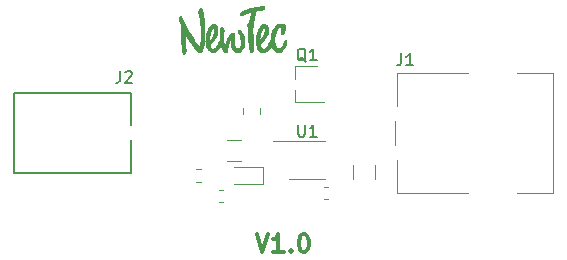
<source format=gbr>
%TF.GenerationSoftware,KiCad,Pcbnew,(5.1.6)-1*%
%TF.CreationDate,2022-05-27T14:19:17+02:00*%
%TF.ProjectId,Charger,43686172-6765-4722-9e6b-696361645f70,V1.0*%
%TF.SameCoordinates,Original*%
%TF.FileFunction,Legend,Top*%
%TF.FilePolarity,Positive*%
%FSLAX46Y46*%
G04 Gerber Fmt 4.6, Leading zero omitted, Abs format (unit mm)*
G04 Created by KiCad (PCBNEW (5.1.6)-1) date 2022-05-27 14:19:17*
%MOMM*%
%LPD*%
G01*
G04 APERTURE LIST*
%ADD10C,0.300000*%
%ADD11C,0.010000*%
%ADD12C,0.127000*%
%ADD13C,0.120000*%
%ADD14C,0.150000*%
G04 APERTURE END LIST*
D10*
X148714285Y-96778571D02*
X149214285Y-98278571D01*
X149714285Y-96778571D01*
X151000000Y-98278571D02*
X150142857Y-98278571D01*
X150571428Y-98278571D02*
X150571428Y-96778571D01*
X150428571Y-96992857D01*
X150285714Y-97135714D01*
X150142857Y-97207142D01*
X151642857Y-98135714D02*
X151714285Y-98207142D01*
X151642857Y-98278571D01*
X151571428Y-98207142D01*
X151642857Y-98135714D01*
X151642857Y-98278571D01*
X152642857Y-96778571D02*
X152785714Y-96778571D01*
X152928571Y-96850000D01*
X153000000Y-96921428D01*
X153071428Y-97064285D01*
X153142857Y-97350000D01*
X153142857Y-97707142D01*
X153071428Y-97992857D01*
X153000000Y-98135714D01*
X152928571Y-98207142D01*
X152785714Y-98278571D01*
X152642857Y-98278571D01*
X152500000Y-98207142D01*
X152428571Y-98135714D01*
X152357142Y-97992857D01*
X152285714Y-97707142D01*
X152285714Y-97350000D01*
X152357142Y-97064285D01*
X152428571Y-96921428D01*
X152500000Y-96850000D01*
X152642857Y-96778571D01*
D11*
%TO.C,G\u002A\u002A\u002A*%
G36*
X143994832Y-77599058D02*
G01*
X144011593Y-77611200D01*
X144030362Y-77628968D01*
X144046928Y-77652269D01*
X144062407Y-77683869D01*
X144077915Y-77726536D01*
X144094571Y-77783035D01*
X144113490Y-77856135D01*
X144118200Y-77875262D01*
X144146620Y-77997047D01*
X144171410Y-78116024D01*
X144192861Y-78234784D01*
X144211260Y-78355915D01*
X144226899Y-78482006D01*
X144240067Y-78615646D01*
X144251053Y-78759424D01*
X144260148Y-78915928D01*
X144267641Y-79087748D01*
X144273383Y-79262096D01*
X144276724Y-79408878D01*
X144278507Y-79559831D01*
X144278790Y-79712156D01*
X144277632Y-79863053D01*
X144275093Y-80009723D01*
X144271230Y-80149366D01*
X144266104Y-80279181D01*
X144259771Y-80396370D01*
X144252293Y-80498132D01*
X144246070Y-80561720D01*
X144230364Y-80680688D01*
X144210374Y-80797494D01*
X144186912Y-80908762D01*
X144160790Y-81011115D01*
X144132822Y-81101177D01*
X144103819Y-81175572D01*
X144092751Y-81198920D01*
X144059517Y-81250865D01*
X144017005Y-81297234D01*
X143971484Y-81331355D01*
X143965005Y-81334890D01*
X143922681Y-81346348D01*
X143870240Y-81344360D01*
X143811607Y-81330168D01*
X143750710Y-81305013D01*
X143691474Y-81270135D01*
X143645522Y-81233916D01*
X143621913Y-81209710D01*
X143588379Y-81171270D01*
X143546747Y-81120938D01*
X143498841Y-81061058D01*
X143446487Y-80993973D01*
X143391512Y-80922027D01*
X143335739Y-80847563D01*
X143280995Y-80772925D01*
X143229105Y-80700456D01*
X143220838Y-80688720D01*
X143144122Y-80577590D01*
X143065352Y-80459924D01*
X142986686Y-80339152D01*
X142910280Y-80218701D01*
X142838291Y-80102002D01*
X142772875Y-79992482D01*
X142716189Y-79893572D01*
X142685777Y-79837962D01*
X142665668Y-79801578D01*
X142648679Y-79773156D01*
X142637253Y-79756676D01*
X142634268Y-79754142D01*
X142628029Y-79763950D01*
X142623114Y-79792912D01*
X142619564Y-79839902D01*
X142617422Y-79903795D01*
X142616731Y-79983465D01*
X142617534Y-80077786D01*
X142619089Y-80155320D01*
X142628454Y-80398490D01*
X142644262Y-80623874D01*
X142666469Y-80830996D01*
X142695030Y-81019380D01*
X142702139Y-81058142D01*
X142715412Y-81167265D01*
X142711918Y-81265720D01*
X142691723Y-81353204D01*
X142654897Y-81429416D01*
X142603874Y-81491779D01*
X142570965Y-81519390D01*
X142544223Y-81529967D01*
X142519475Y-81523968D01*
X142494445Y-81503768D01*
X142481326Y-81487682D01*
X142469766Y-81465662D01*
X142458364Y-81433965D01*
X142445718Y-81388847D01*
X142434525Y-81343748D01*
X142420120Y-81281219D01*
X142407360Y-81219492D01*
X142396146Y-81156971D01*
X142386379Y-81092059D01*
X142377962Y-81023161D01*
X142370795Y-80948680D01*
X142364781Y-80867021D01*
X142359821Y-80776587D01*
X142355817Y-80675783D01*
X142352670Y-80563012D01*
X142350282Y-80436679D01*
X142348555Y-80295187D01*
X142347391Y-80136941D01*
X142346690Y-79960344D01*
X142346584Y-79916560D01*
X142344946Y-79169800D01*
X142281040Y-79007240D01*
X142244522Y-78911654D01*
X142216184Y-78830566D01*
X142195127Y-78760291D01*
X142180452Y-78697147D01*
X142171260Y-78637453D01*
X142166651Y-78577526D01*
X142165676Y-78534800D01*
X142166176Y-78477589D01*
X142168845Y-78434382D01*
X142174455Y-78398911D01*
X142183775Y-78364908D01*
X142188150Y-78351925D01*
X142201389Y-78317595D01*
X142213901Y-78291174D01*
X142222941Y-78278420D01*
X142251721Y-78270088D01*
X142279339Y-78281583D01*
X142302301Y-78308740D01*
X142311396Y-78325184D01*
X142328561Y-78357927D01*
X142352831Y-78405065D01*
X142383239Y-78464696D01*
X142418819Y-78534919D01*
X142458606Y-78613830D01*
X142501632Y-78699528D01*
X142546933Y-78790111D01*
X142556418Y-78809120D01*
X142662498Y-79019909D01*
X142762366Y-79214217D01*
X142857367Y-79394422D01*
X142948848Y-79562904D01*
X143038154Y-79722043D01*
X143126630Y-79874218D01*
X143215623Y-80021809D01*
X143306479Y-80167195D01*
X143400544Y-80312757D01*
X143444204Y-80378840D01*
X143509646Y-80476469D01*
X143565776Y-80558368D01*
X143613830Y-80626169D01*
X143655046Y-80681508D01*
X143690661Y-80726020D01*
X143721913Y-80761340D01*
X143750039Y-80789102D01*
X143763760Y-80801028D01*
X143800766Y-80829561D01*
X143828408Y-80843957D01*
X143851265Y-80844858D01*
X143873917Y-80832907D01*
X143890429Y-80818803D01*
X143904612Y-80804912D01*
X143915209Y-80791211D01*
X143923482Y-80773952D01*
X143930688Y-80749387D01*
X143938088Y-80713770D01*
X143946941Y-80663352D01*
X143951218Y-80637920D01*
X143986321Y-80378969D01*
X144007353Y-80105392D01*
X144014316Y-79817221D01*
X144007210Y-79514490D01*
X143986034Y-79197233D01*
X143950790Y-78865482D01*
X143930551Y-78712966D01*
X143911538Y-78584755D01*
X143892501Y-78472051D01*
X143872445Y-78370066D01*
X143850372Y-78274012D01*
X143825285Y-78179099D01*
X143804759Y-78108656D01*
X143754417Y-77941593D01*
X143786350Y-77845292D01*
X143818839Y-77762769D01*
X143856711Y-77693436D01*
X143898325Y-77639992D01*
X143925753Y-77615675D01*
X143954152Y-77596931D01*
X143974771Y-77591517D01*
X143994832Y-77599058D01*
G37*
X143994832Y-77599058D02*
X144011593Y-77611200D01*
X144030362Y-77628968D01*
X144046928Y-77652269D01*
X144062407Y-77683869D01*
X144077915Y-77726536D01*
X144094571Y-77783035D01*
X144113490Y-77856135D01*
X144118200Y-77875262D01*
X144146620Y-77997047D01*
X144171410Y-78116024D01*
X144192861Y-78234784D01*
X144211260Y-78355915D01*
X144226899Y-78482006D01*
X144240067Y-78615646D01*
X144251053Y-78759424D01*
X144260148Y-78915928D01*
X144267641Y-79087748D01*
X144273383Y-79262096D01*
X144276724Y-79408878D01*
X144278507Y-79559831D01*
X144278790Y-79712156D01*
X144277632Y-79863053D01*
X144275093Y-80009723D01*
X144271230Y-80149366D01*
X144266104Y-80279181D01*
X144259771Y-80396370D01*
X144252293Y-80498132D01*
X144246070Y-80561720D01*
X144230364Y-80680688D01*
X144210374Y-80797494D01*
X144186912Y-80908762D01*
X144160790Y-81011115D01*
X144132822Y-81101177D01*
X144103819Y-81175572D01*
X144092751Y-81198920D01*
X144059517Y-81250865D01*
X144017005Y-81297234D01*
X143971484Y-81331355D01*
X143965005Y-81334890D01*
X143922681Y-81346348D01*
X143870240Y-81344360D01*
X143811607Y-81330168D01*
X143750710Y-81305013D01*
X143691474Y-81270135D01*
X143645522Y-81233916D01*
X143621913Y-81209710D01*
X143588379Y-81171270D01*
X143546747Y-81120938D01*
X143498841Y-81061058D01*
X143446487Y-80993973D01*
X143391512Y-80922027D01*
X143335739Y-80847563D01*
X143280995Y-80772925D01*
X143229105Y-80700456D01*
X143220838Y-80688720D01*
X143144122Y-80577590D01*
X143065352Y-80459924D01*
X142986686Y-80339152D01*
X142910280Y-80218701D01*
X142838291Y-80102002D01*
X142772875Y-79992482D01*
X142716189Y-79893572D01*
X142685777Y-79837962D01*
X142665668Y-79801578D01*
X142648679Y-79773156D01*
X142637253Y-79756676D01*
X142634268Y-79754142D01*
X142628029Y-79763950D01*
X142623114Y-79792912D01*
X142619564Y-79839902D01*
X142617422Y-79903795D01*
X142616731Y-79983465D01*
X142617534Y-80077786D01*
X142619089Y-80155320D01*
X142628454Y-80398490D01*
X142644262Y-80623874D01*
X142666469Y-80830996D01*
X142695030Y-81019380D01*
X142702139Y-81058142D01*
X142715412Y-81167265D01*
X142711918Y-81265720D01*
X142691723Y-81353204D01*
X142654897Y-81429416D01*
X142603874Y-81491779D01*
X142570965Y-81519390D01*
X142544223Y-81529967D01*
X142519475Y-81523968D01*
X142494445Y-81503768D01*
X142481326Y-81487682D01*
X142469766Y-81465662D01*
X142458364Y-81433965D01*
X142445718Y-81388847D01*
X142434525Y-81343748D01*
X142420120Y-81281219D01*
X142407360Y-81219492D01*
X142396146Y-81156971D01*
X142386379Y-81092059D01*
X142377962Y-81023161D01*
X142370795Y-80948680D01*
X142364781Y-80867021D01*
X142359821Y-80776587D01*
X142355817Y-80675783D01*
X142352670Y-80563012D01*
X142350282Y-80436679D01*
X142348555Y-80295187D01*
X142347391Y-80136941D01*
X142346690Y-79960344D01*
X142346584Y-79916560D01*
X142344946Y-79169800D01*
X142281040Y-79007240D01*
X142244522Y-78911654D01*
X142216184Y-78830566D01*
X142195127Y-78760291D01*
X142180452Y-78697147D01*
X142171260Y-78637453D01*
X142166651Y-78577526D01*
X142165676Y-78534800D01*
X142166176Y-78477589D01*
X142168845Y-78434382D01*
X142174455Y-78398911D01*
X142183775Y-78364908D01*
X142188150Y-78351925D01*
X142201389Y-78317595D01*
X142213901Y-78291174D01*
X142222941Y-78278420D01*
X142251721Y-78270088D01*
X142279339Y-78281583D01*
X142302301Y-78308740D01*
X142311396Y-78325184D01*
X142328561Y-78357927D01*
X142352831Y-78405065D01*
X142383239Y-78464696D01*
X142418819Y-78534919D01*
X142458606Y-78613830D01*
X142501632Y-78699528D01*
X142546933Y-78790111D01*
X142556418Y-78809120D01*
X142662498Y-79019909D01*
X142762366Y-79214217D01*
X142857367Y-79394422D01*
X142948848Y-79562904D01*
X143038154Y-79722043D01*
X143126630Y-79874218D01*
X143215623Y-80021809D01*
X143306479Y-80167195D01*
X143400544Y-80312757D01*
X143444204Y-80378840D01*
X143509646Y-80476469D01*
X143565776Y-80558368D01*
X143613830Y-80626169D01*
X143655046Y-80681508D01*
X143690661Y-80726020D01*
X143721913Y-80761340D01*
X143750039Y-80789102D01*
X143763760Y-80801028D01*
X143800766Y-80829561D01*
X143828408Y-80843957D01*
X143851265Y-80844858D01*
X143873917Y-80832907D01*
X143890429Y-80818803D01*
X143904612Y-80804912D01*
X143915209Y-80791211D01*
X143923482Y-80773952D01*
X143930688Y-80749387D01*
X143938088Y-80713770D01*
X143946941Y-80663352D01*
X143951218Y-80637920D01*
X143986321Y-80378969D01*
X144007353Y-80105392D01*
X144014316Y-79817221D01*
X144007210Y-79514490D01*
X143986034Y-79197233D01*
X143950790Y-78865482D01*
X143930551Y-78712966D01*
X143911538Y-78584755D01*
X143892501Y-78472051D01*
X143872445Y-78370066D01*
X143850372Y-78274012D01*
X143825285Y-78179099D01*
X143804759Y-78108656D01*
X143754417Y-77941593D01*
X143786350Y-77845292D01*
X143818839Y-77762769D01*
X143856711Y-77693436D01*
X143898325Y-77639992D01*
X143925753Y-77615675D01*
X143954152Y-77596931D01*
X143974771Y-77591517D01*
X143994832Y-77599058D01*
G36*
X145164405Y-79000471D02*
G01*
X145230189Y-79034109D01*
X145275515Y-79071513D01*
X145315741Y-79117219D01*
X145346577Y-79167767D01*
X145368925Y-79226183D01*
X145383686Y-79295490D01*
X145391760Y-79378713D01*
X145394055Y-79469520D01*
X145387701Y-79602900D01*
X145367526Y-79728976D01*
X145332320Y-79852572D01*
X145280873Y-79978513D01*
X145251213Y-80038965D01*
X145152665Y-80210185D01*
X145037813Y-80371805D01*
X144905316Y-80525617D01*
X144830503Y-80601646D01*
X144716483Y-80712692D01*
X144733184Y-80772760D01*
X144760137Y-80848997D01*
X144796332Y-80921539D01*
X144832260Y-80975133D01*
X144859312Y-81001252D01*
X144897253Y-81027804D01*
X144939682Y-81051262D01*
X144980195Y-81068100D01*
X145012389Y-81074792D01*
X145013218Y-81074800D01*
X145073233Y-81065171D01*
X145135949Y-81037254D01*
X145199260Y-80992507D01*
X145261060Y-80932383D01*
X145312484Y-80867964D01*
X145329241Y-80841717D01*
X145353146Y-80800452D01*
X145382435Y-80747413D01*
X145415342Y-80685844D01*
X145450103Y-80618988D01*
X145479141Y-80561720D01*
X145601289Y-80317880D01*
X145591611Y-80231520D01*
X145586763Y-80171831D01*
X145583481Y-80096608D01*
X145581727Y-80010574D01*
X145581465Y-79918452D01*
X145582658Y-79824964D01*
X145585268Y-79734834D01*
X145589260Y-79652783D01*
X145594595Y-79583536D01*
X145596834Y-79562682D01*
X145611319Y-79460080D01*
X145628296Y-79377181D01*
X145647983Y-79313497D01*
X145670600Y-79268538D01*
X145696366Y-79241816D01*
X145725500Y-79232840D01*
X145743623Y-79235456D01*
X145796913Y-79261242D01*
X145844771Y-79306226D01*
X145886728Y-79369903D01*
X145906607Y-79411511D01*
X145912930Y-79426540D01*
X145917572Y-79440148D01*
X145920474Y-79455125D01*
X145921578Y-79474257D01*
X145920826Y-79500332D01*
X145918159Y-79536138D01*
X145913519Y-79584461D01*
X145906847Y-79648090D01*
X145900395Y-79708280D01*
X145885055Y-79940867D01*
X145888699Y-80173123D01*
X145911133Y-80402680D01*
X145952168Y-80627170D01*
X145985312Y-80757300D01*
X145997524Y-80797562D01*
X146008687Y-80829203D01*
X146017216Y-80847969D01*
X146020383Y-80851280D01*
X146028076Y-80841878D01*
X146038021Y-80816159D01*
X146049136Y-80777849D01*
X146060339Y-80730673D01*
X146070453Y-80678897D01*
X146095545Y-80567054D01*
X146132260Y-80447321D01*
X146178435Y-80324715D01*
X146231908Y-80204258D01*
X146290514Y-80090969D01*
X146352091Y-79989867D01*
X146390738Y-79935603D01*
X146455376Y-79856882D01*
X146515368Y-79796511D01*
X146572069Y-79753428D01*
X146626833Y-79726570D01*
X146670316Y-79716028D01*
X146727159Y-79714420D01*
X146770438Y-79726899D01*
X146800321Y-79753796D01*
X146816979Y-79795442D01*
X146820580Y-79852167D01*
X146811294Y-79924302D01*
X146800769Y-79970613D01*
X146793686Y-80000846D01*
X146788312Y-80031069D01*
X146784399Y-80064781D01*
X146781703Y-80105481D01*
X146779976Y-80156667D01*
X146778975Y-80221840D01*
X146778526Y-80287266D01*
X146778761Y-80374752D01*
X146780252Y-80452256D01*
X146782895Y-80516988D01*
X146786586Y-80566161D01*
X146789742Y-80589847D01*
X146818214Y-80708834D01*
X146858166Y-80812600D01*
X146909250Y-80900456D01*
X146971116Y-80971714D01*
X146992380Y-80990286D01*
X147048445Y-81026716D01*
X147102576Y-81042935D01*
X147154935Y-81038947D01*
X147205684Y-81014752D01*
X147232885Y-80992909D01*
X147272108Y-80948058D01*
X147309265Y-80889845D01*
X147340371Y-80825139D01*
X147356112Y-80780661D01*
X147373658Y-80697482D01*
X147382133Y-80597840D01*
X147381559Y-80483447D01*
X147371955Y-80356012D01*
X147353343Y-80217247D01*
X147348984Y-80190880D01*
X147330300Y-80097090D01*
X147306464Y-80009303D01*
X147275336Y-79920975D01*
X147234772Y-79825561D01*
X147216509Y-79786234D01*
X147175020Y-79696923D01*
X147143381Y-79625101D01*
X147121500Y-79570536D01*
X147109282Y-79532997D01*
X147106400Y-79515417D01*
X147115469Y-79487070D01*
X147140571Y-79467668D01*
X147178546Y-79459482D01*
X147184423Y-79459360D01*
X147240285Y-79465510D01*
X147292156Y-79484824D01*
X147341476Y-79518600D01*
X147389685Y-79568134D01*
X147438222Y-79634722D01*
X147488527Y-79719662D01*
X147502622Y-79745953D01*
X147566555Y-79887686D01*
X147614772Y-80038340D01*
X147647184Y-80195100D01*
X147663703Y-80355149D01*
X147664243Y-80515670D01*
X147648714Y-80673846D01*
X147617029Y-80826861D01*
X147569100Y-80971898D01*
X147542758Y-81032641D01*
X147494319Y-81115750D01*
X147432102Y-81190643D01*
X147359400Y-81254659D01*
X147279501Y-81305133D01*
X147195695Y-81339403D01*
X147150531Y-81350136D01*
X147070999Y-81353941D01*
X146989699Y-81338387D01*
X146908383Y-81304126D01*
X146828808Y-81251811D01*
X146784867Y-81214131D01*
X146716811Y-81141708D01*
X146660786Y-81061793D01*
X146614153Y-80970073D01*
X146579632Y-80878713D01*
X146557954Y-80810359D01*
X146541631Y-80750169D01*
X146529955Y-80693156D01*
X146522217Y-80634334D01*
X146517709Y-80568716D01*
X146515723Y-80491315D01*
X146515453Y-80427100D01*
X146515094Y-80368253D01*
X146513940Y-80317105D01*
X146512132Y-80276840D01*
X146509811Y-80250641D01*
X146507221Y-80241680D01*
X146494893Y-80250872D01*
X146477552Y-80276558D01*
X146456444Y-80315897D01*
X146432818Y-80366051D01*
X146407920Y-80424182D01*
X146382998Y-80487449D01*
X146359298Y-80553015D01*
X146338068Y-80618041D01*
X146330046Y-80644999D01*
X146307431Y-80728513D01*
X146287176Y-80814588D01*
X146268438Y-80907455D01*
X146250377Y-81011347D01*
X146232151Y-81130494D01*
X146228619Y-81155073D01*
X146219346Y-81218082D01*
X146211643Y-81264199D01*
X146204680Y-81296710D01*
X146197627Y-81318899D01*
X146189655Y-81334053D01*
X146180759Y-81344643D01*
X146145646Y-81367742D01*
X146102143Y-81374138D01*
X146048333Y-81364094D01*
X146045570Y-81363238D01*
X145995609Y-81337918D01*
X145944961Y-81294053D01*
X145894770Y-81233334D01*
X145846182Y-81157454D01*
X145800339Y-81068105D01*
X145758388Y-80966978D01*
X145737884Y-80908459D01*
X145721361Y-80859492D01*
X145706424Y-80817439D01*
X145694481Y-80786113D01*
X145686943Y-80769327D01*
X145685870Y-80767806D01*
X145677795Y-80772671D01*
X145662042Y-80792170D01*
X145640863Y-80823211D01*
X145616515Y-80862703D01*
X145615918Y-80863716D01*
X145534353Y-80992669D01*
X145453274Y-81101517D01*
X145372510Y-81190463D01*
X145291888Y-81259712D01*
X145263092Y-81279711D01*
X145176106Y-81325119D01*
X145085778Y-81351466D01*
X144994229Y-81359261D01*
X144903578Y-81349016D01*
X144815945Y-81321242D01*
X144733448Y-81276448D01*
X144658209Y-81215146D01*
X144592346Y-81137846D01*
X144576421Y-81114261D01*
X144512690Y-81001061D01*
X144462905Y-80881005D01*
X144426504Y-80751873D01*
X144402925Y-80611440D01*
X144391604Y-80457487D01*
X144390360Y-80378840D01*
X144391764Y-80347008D01*
X144676840Y-80347008D01*
X144680376Y-80374056D01*
X144688083Y-80383915D01*
X144688290Y-80383920D01*
X144700917Y-80377578D01*
X144722661Y-80361257D01*
X144740127Y-80346241D01*
X144791902Y-80292137D01*
X144846384Y-80222110D01*
X144901337Y-80139949D01*
X144954528Y-80049442D01*
X145003723Y-79954377D01*
X145046687Y-79858542D01*
X145079487Y-79770866D01*
X145102512Y-79691620D01*
X145119398Y-79612270D01*
X145129978Y-79535945D01*
X145134083Y-79465772D01*
X145131547Y-79404878D01*
X145122203Y-79356391D01*
X145105882Y-79323437D01*
X145103584Y-79320820D01*
X145073638Y-79302278D01*
X145035659Y-79296452D01*
X144998277Y-79304432D01*
X144993220Y-79306906D01*
X144974777Y-79323936D01*
X144950796Y-79356693D01*
X144922993Y-79401919D01*
X144893082Y-79456360D01*
X144862781Y-79516760D01*
X144833803Y-79579862D01*
X144807865Y-79642413D01*
X144788716Y-79695012D01*
X144771086Y-79752988D01*
X144753891Y-79819402D01*
X144737505Y-79891693D01*
X144722302Y-79967298D01*
X144708655Y-80043654D01*
X144696938Y-80118199D01*
X144687524Y-80188369D01*
X144680788Y-80251603D01*
X144677102Y-80305337D01*
X144676840Y-80347008D01*
X144391764Y-80347008D01*
X144399310Y-80175990D01*
X144425294Y-79972260D01*
X144467453Y-79772907D01*
X144515972Y-79609038D01*
X144565157Y-79476564D01*
X144616854Y-79362561D01*
X144672074Y-79265235D01*
X144731832Y-79182792D01*
X144794793Y-79115625D01*
X144870000Y-79055196D01*
X144945807Y-79013352D01*
X145020972Y-78990207D01*
X145094252Y-78985875D01*
X145164405Y-79000471D01*
G37*
X145164405Y-79000471D02*
X145230189Y-79034109D01*
X145275515Y-79071513D01*
X145315741Y-79117219D01*
X145346577Y-79167767D01*
X145368925Y-79226183D01*
X145383686Y-79295490D01*
X145391760Y-79378713D01*
X145394055Y-79469520D01*
X145387701Y-79602900D01*
X145367526Y-79728976D01*
X145332320Y-79852572D01*
X145280873Y-79978513D01*
X145251213Y-80038965D01*
X145152665Y-80210185D01*
X145037813Y-80371805D01*
X144905316Y-80525617D01*
X144830503Y-80601646D01*
X144716483Y-80712692D01*
X144733184Y-80772760D01*
X144760137Y-80848997D01*
X144796332Y-80921539D01*
X144832260Y-80975133D01*
X144859312Y-81001252D01*
X144897253Y-81027804D01*
X144939682Y-81051262D01*
X144980195Y-81068100D01*
X145012389Y-81074792D01*
X145013218Y-81074800D01*
X145073233Y-81065171D01*
X145135949Y-81037254D01*
X145199260Y-80992507D01*
X145261060Y-80932383D01*
X145312484Y-80867964D01*
X145329241Y-80841717D01*
X145353146Y-80800452D01*
X145382435Y-80747413D01*
X145415342Y-80685844D01*
X145450103Y-80618988D01*
X145479141Y-80561720D01*
X145601289Y-80317880D01*
X145591611Y-80231520D01*
X145586763Y-80171831D01*
X145583481Y-80096608D01*
X145581727Y-80010574D01*
X145581465Y-79918452D01*
X145582658Y-79824964D01*
X145585268Y-79734834D01*
X145589260Y-79652783D01*
X145594595Y-79583536D01*
X145596834Y-79562682D01*
X145611319Y-79460080D01*
X145628296Y-79377181D01*
X145647983Y-79313497D01*
X145670600Y-79268538D01*
X145696366Y-79241816D01*
X145725500Y-79232840D01*
X145743623Y-79235456D01*
X145796913Y-79261242D01*
X145844771Y-79306226D01*
X145886728Y-79369903D01*
X145906607Y-79411511D01*
X145912930Y-79426540D01*
X145917572Y-79440148D01*
X145920474Y-79455125D01*
X145921578Y-79474257D01*
X145920826Y-79500332D01*
X145918159Y-79536138D01*
X145913519Y-79584461D01*
X145906847Y-79648090D01*
X145900395Y-79708280D01*
X145885055Y-79940867D01*
X145888699Y-80173123D01*
X145911133Y-80402680D01*
X145952168Y-80627170D01*
X145985312Y-80757300D01*
X145997524Y-80797562D01*
X146008687Y-80829203D01*
X146017216Y-80847969D01*
X146020383Y-80851280D01*
X146028076Y-80841878D01*
X146038021Y-80816159D01*
X146049136Y-80777849D01*
X146060339Y-80730673D01*
X146070453Y-80678897D01*
X146095545Y-80567054D01*
X146132260Y-80447321D01*
X146178435Y-80324715D01*
X146231908Y-80204258D01*
X146290514Y-80090969D01*
X146352091Y-79989867D01*
X146390738Y-79935603D01*
X146455376Y-79856882D01*
X146515368Y-79796511D01*
X146572069Y-79753428D01*
X146626833Y-79726570D01*
X146670316Y-79716028D01*
X146727159Y-79714420D01*
X146770438Y-79726899D01*
X146800321Y-79753796D01*
X146816979Y-79795442D01*
X146820580Y-79852167D01*
X146811294Y-79924302D01*
X146800769Y-79970613D01*
X146793686Y-80000846D01*
X146788312Y-80031069D01*
X146784399Y-80064781D01*
X146781703Y-80105481D01*
X146779976Y-80156667D01*
X146778975Y-80221840D01*
X146778526Y-80287266D01*
X146778761Y-80374752D01*
X146780252Y-80452256D01*
X146782895Y-80516988D01*
X146786586Y-80566161D01*
X146789742Y-80589847D01*
X146818214Y-80708834D01*
X146858166Y-80812600D01*
X146909250Y-80900456D01*
X146971116Y-80971714D01*
X146992380Y-80990286D01*
X147048445Y-81026716D01*
X147102576Y-81042935D01*
X147154935Y-81038947D01*
X147205684Y-81014752D01*
X147232885Y-80992909D01*
X147272108Y-80948058D01*
X147309265Y-80889845D01*
X147340371Y-80825139D01*
X147356112Y-80780661D01*
X147373658Y-80697482D01*
X147382133Y-80597840D01*
X147381559Y-80483447D01*
X147371955Y-80356012D01*
X147353343Y-80217247D01*
X147348984Y-80190880D01*
X147330300Y-80097090D01*
X147306464Y-80009303D01*
X147275336Y-79920975D01*
X147234772Y-79825561D01*
X147216509Y-79786234D01*
X147175020Y-79696923D01*
X147143381Y-79625101D01*
X147121500Y-79570536D01*
X147109282Y-79532997D01*
X147106400Y-79515417D01*
X147115469Y-79487070D01*
X147140571Y-79467668D01*
X147178546Y-79459482D01*
X147184423Y-79459360D01*
X147240285Y-79465510D01*
X147292156Y-79484824D01*
X147341476Y-79518600D01*
X147389685Y-79568134D01*
X147438222Y-79634722D01*
X147488527Y-79719662D01*
X147502622Y-79745953D01*
X147566555Y-79887686D01*
X147614772Y-80038340D01*
X147647184Y-80195100D01*
X147663703Y-80355149D01*
X147664243Y-80515670D01*
X147648714Y-80673846D01*
X147617029Y-80826861D01*
X147569100Y-80971898D01*
X147542758Y-81032641D01*
X147494319Y-81115750D01*
X147432102Y-81190643D01*
X147359400Y-81254659D01*
X147279501Y-81305133D01*
X147195695Y-81339403D01*
X147150531Y-81350136D01*
X147070999Y-81353941D01*
X146989699Y-81338387D01*
X146908383Y-81304126D01*
X146828808Y-81251811D01*
X146784867Y-81214131D01*
X146716811Y-81141708D01*
X146660786Y-81061793D01*
X146614153Y-80970073D01*
X146579632Y-80878713D01*
X146557954Y-80810359D01*
X146541631Y-80750169D01*
X146529955Y-80693156D01*
X146522217Y-80634334D01*
X146517709Y-80568716D01*
X146515723Y-80491315D01*
X146515453Y-80427100D01*
X146515094Y-80368253D01*
X146513940Y-80317105D01*
X146512132Y-80276840D01*
X146509811Y-80250641D01*
X146507221Y-80241680D01*
X146494893Y-80250872D01*
X146477552Y-80276558D01*
X146456444Y-80315897D01*
X146432818Y-80366051D01*
X146407920Y-80424182D01*
X146382998Y-80487449D01*
X146359298Y-80553015D01*
X146338068Y-80618041D01*
X146330046Y-80644999D01*
X146307431Y-80728513D01*
X146287176Y-80814588D01*
X146268438Y-80907455D01*
X146250377Y-81011347D01*
X146232151Y-81130494D01*
X146228619Y-81155073D01*
X146219346Y-81218082D01*
X146211643Y-81264199D01*
X146204680Y-81296710D01*
X146197627Y-81318899D01*
X146189655Y-81334053D01*
X146180759Y-81344643D01*
X146145646Y-81367742D01*
X146102143Y-81374138D01*
X146048333Y-81364094D01*
X146045570Y-81363238D01*
X145995609Y-81337918D01*
X145944961Y-81294053D01*
X145894770Y-81233334D01*
X145846182Y-81157454D01*
X145800339Y-81068105D01*
X145758388Y-80966978D01*
X145737884Y-80908459D01*
X145721361Y-80859492D01*
X145706424Y-80817439D01*
X145694481Y-80786113D01*
X145686943Y-80769327D01*
X145685870Y-80767806D01*
X145677795Y-80772671D01*
X145662042Y-80792170D01*
X145640863Y-80823211D01*
X145616515Y-80862703D01*
X145615918Y-80863716D01*
X145534353Y-80992669D01*
X145453274Y-81101517D01*
X145372510Y-81190463D01*
X145291888Y-81259712D01*
X145263092Y-81279711D01*
X145176106Y-81325119D01*
X145085778Y-81351466D01*
X144994229Y-81359261D01*
X144903578Y-81349016D01*
X144815945Y-81321242D01*
X144733448Y-81276448D01*
X144658209Y-81215146D01*
X144592346Y-81137846D01*
X144576421Y-81114261D01*
X144512690Y-81001061D01*
X144462905Y-80881005D01*
X144426504Y-80751873D01*
X144402925Y-80611440D01*
X144391604Y-80457487D01*
X144390360Y-80378840D01*
X144391764Y-80347008D01*
X144676840Y-80347008D01*
X144680376Y-80374056D01*
X144688083Y-80383915D01*
X144688290Y-80383920D01*
X144700917Y-80377578D01*
X144722661Y-80361257D01*
X144740127Y-80346241D01*
X144791902Y-80292137D01*
X144846384Y-80222110D01*
X144901337Y-80139949D01*
X144954528Y-80049442D01*
X145003723Y-79954377D01*
X145046687Y-79858542D01*
X145079487Y-79770866D01*
X145102512Y-79691620D01*
X145119398Y-79612270D01*
X145129978Y-79535945D01*
X145134083Y-79465772D01*
X145131547Y-79404878D01*
X145122203Y-79356391D01*
X145105882Y-79323437D01*
X145103584Y-79320820D01*
X145073638Y-79302278D01*
X145035659Y-79296452D01*
X144998277Y-79304432D01*
X144993220Y-79306906D01*
X144974777Y-79323936D01*
X144950796Y-79356693D01*
X144922993Y-79401919D01*
X144893082Y-79456360D01*
X144862781Y-79516760D01*
X144833803Y-79579862D01*
X144807865Y-79642413D01*
X144788716Y-79695012D01*
X144771086Y-79752988D01*
X144753891Y-79819402D01*
X144737505Y-79891693D01*
X144722302Y-79967298D01*
X144708655Y-80043654D01*
X144696938Y-80118199D01*
X144687524Y-80188369D01*
X144680788Y-80251603D01*
X144677102Y-80305337D01*
X144676840Y-80347008D01*
X144391764Y-80347008D01*
X144399310Y-80175990D01*
X144425294Y-79972260D01*
X144467453Y-79772907D01*
X144515972Y-79609038D01*
X144565157Y-79476564D01*
X144616854Y-79362561D01*
X144672074Y-79265235D01*
X144731832Y-79182792D01*
X144794793Y-79115625D01*
X144870000Y-79055196D01*
X144945807Y-79013352D01*
X145020972Y-78990207D01*
X145094252Y-78985875D01*
X145164405Y-79000471D01*
G36*
X149274219Y-77469744D02*
G01*
X149293253Y-77471916D01*
X149332855Y-77487646D01*
X149357282Y-77515673D01*
X149365393Y-77553601D01*
X149356047Y-77599035D01*
X149355013Y-77601682D01*
X149337473Y-77630740D01*
X149307058Y-77666792D01*
X149267990Y-77705849D01*
X149224490Y-77743924D01*
X149180779Y-77777027D01*
X149147367Y-77797868D01*
X149116459Y-77813418D01*
X149093283Y-77819786D01*
X149068312Y-77818510D01*
X149046186Y-77814223D01*
X148978378Y-77804982D01*
X148901931Y-77805088D01*
X148813258Y-77814669D01*
X148755535Y-77824480D01*
X148641911Y-77845867D01*
X148616107Y-77918553D01*
X148591602Y-77995666D01*
X148566198Y-78090651D01*
X148540302Y-78201099D01*
X148514324Y-78324605D01*
X148488671Y-78458762D01*
X148463752Y-78601162D01*
X148439974Y-78749399D01*
X148417747Y-78901066D01*
X148397479Y-79053756D01*
X148379578Y-79205063D01*
X148364451Y-79352579D01*
X148355567Y-79454363D01*
X148350927Y-79515821D01*
X148348474Y-79562991D01*
X148348405Y-79601806D01*
X148350917Y-79638203D01*
X148356207Y-79678113D01*
X148364472Y-79727473D01*
X148364684Y-79728683D01*
X148398157Y-79938490D01*
X148422451Y-80135537D01*
X148437987Y-80324974D01*
X148445185Y-80511951D01*
X148444468Y-80701617D01*
X148444425Y-80703449D01*
X148439347Y-80843621D01*
X148431161Y-80964722D01*
X148419679Y-81067791D01*
X148404719Y-81153866D01*
X148386093Y-81223984D01*
X148363617Y-81279183D01*
X148337105Y-81320502D01*
X148333563Y-81324669D01*
X148308275Y-81348945D01*
X148284830Y-81357475D01*
X148255797Y-81351829D01*
X148238229Y-81344775D01*
X148213703Y-81329453D01*
X148192292Y-81304789D01*
X148172464Y-81268008D01*
X148152685Y-81216334D01*
X148134028Y-81156080D01*
X148103567Y-81037272D01*
X148077641Y-80906832D01*
X148056144Y-80763591D01*
X148038974Y-80606380D01*
X148026025Y-80434030D01*
X148017193Y-80245372D01*
X148012375Y-80039238D01*
X148011464Y-79814458D01*
X148011623Y-79784480D01*
X148014406Y-79342520D01*
X147977301Y-79249799D01*
X147945989Y-79159136D01*
X147929708Y-79080213D01*
X147928329Y-79011235D01*
X147941726Y-78950409D01*
X147954051Y-78922250D01*
X147972571Y-78895693D01*
X147994035Y-78887125D01*
X148023117Y-78895270D01*
X148033546Y-78900524D01*
X148068704Y-78919367D01*
X148080236Y-78866783D01*
X148086406Y-78834708D01*
X148094048Y-78789205D01*
X148102072Y-78737007D01*
X148107704Y-78697360D01*
X148113992Y-78656988D01*
X148123905Y-78600508D01*
X148136727Y-78531665D01*
X148151743Y-78454202D01*
X148168237Y-78371862D01*
X148185495Y-78288389D01*
X148189060Y-78271489D01*
X148205215Y-78194913D01*
X148219919Y-78124707D01*
X148232664Y-78063343D01*
X148242939Y-78013295D01*
X148250234Y-77977037D01*
X148254041Y-77957043D01*
X148254480Y-77953989D01*
X148245799Y-77947549D01*
X148229843Y-77945520D01*
X148210720Y-77948837D01*
X148175191Y-77958193D01*
X148125952Y-77972692D01*
X148065696Y-77991442D01*
X147997120Y-78013546D01*
X147922918Y-78038110D01*
X147845784Y-78064241D01*
X147768415Y-78091043D01*
X147693505Y-78117623D01*
X147623749Y-78143085D01*
X147561841Y-78166535D01*
X147549834Y-78171220D01*
X147485053Y-78196372D01*
X147436292Y-78214485D01*
X147400826Y-78226357D01*
X147375928Y-78232789D01*
X147358871Y-78234581D01*
X147346929Y-78232531D01*
X147344374Y-78231490D01*
X147322375Y-78212809D01*
X147312877Y-78181480D01*
X147315504Y-78135789D01*
X147319183Y-78116257D01*
X147345092Y-78036813D01*
X147386992Y-77968530D01*
X147445869Y-77910155D01*
X147518702Y-77862586D01*
X147546895Y-77849519D01*
X147591483Y-77831558D01*
X147649425Y-77809736D01*
X147717679Y-77785085D01*
X147793204Y-77758637D01*
X147872960Y-77731427D01*
X147953904Y-77704486D01*
X148032996Y-77678848D01*
X148107194Y-77655545D01*
X148173457Y-77635610D01*
X148228744Y-77620077D01*
X148245868Y-77615637D01*
X148324340Y-77597233D01*
X148412678Y-77578792D01*
X148508317Y-77560664D01*
X148608690Y-77543203D01*
X148711231Y-77526760D01*
X148813376Y-77511688D01*
X148912558Y-77498337D01*
X149006210Y-77487061D01*
X149091769Y-77478212D01*
X149166667Y-77472141D01*
X149228339Y-77469201D01*
X149274219Y-77469744D01*
G37*
X149274219Y-77469744D02*
X149293253Y-77471916D01*
X149332855Y-77487646D01*
X149357282Y-77515673D01*
X149365393Y-77553601D01*
X149356047Y-77599035D01*
X149355013Y-77601682D01*
X149337473Y-77630740D01*
X149307058Y-77666792D01*
X149267990Y-77705849D01*
X149224490Y-77743924D01*
X149180779Y-77777027D01*
X149147367Y-77797868D01*
X149116459Y-77813418D01*
X149093283Y-77819786D01*
X149068312Y-77818510D01*
X149046186Y-77814223D01*
X148978378Y-77804982D01*
X148901931Y-77805088D01*
X148813258Y-77814669D01*
X148755535Y-77824480D01*
X148641911Y-77845867D01*
X148616107Y-77918553D01*
X148591602Y-77995666D01*
X148566198Y-78090651D01*
X148540302Y-78201099D01*
X148514324Y-78324605D01*
X148488671Y-78458762D01*
X148463752Y-78601162D01*
X148439974Y-78749399D01*
X148417747Y-78901066D01*
X148397479Y-79053756D01*
X148379578Y-79205063D01*
X148364451Y-79352579D01*
X148355567Y-79454363D01*
X148350927Y-79515821D01*
X148348474Y-79562991D01*
X148348405Y-79601806D01*
X148350917Y-79638203D01*
X148356207Y-79678113D01*
X148364472Y-79727473D01*
X148364684Y-79728683D01*
X148398157Y-79938490D01*
X148422451Y-80135537D01*
X148437987Y-80324974D01*
X148445185Y-80511951D01*
X148444468Y-80701617D01*
X148444425Y-80703449D01*
X148439347Y-80843621D01*
X148431161Y-80964722D01*
X148419679Y-81067791D01*
X148404719Y-81153866D01*
X148386093Y-81223984D01*
X148363617Y-81279183D01*
X148337105Y-81320502D01*
X148333563Y-81324669D01*
X148308275Y-81348945D01*
X148284830Y-81357475D01*
X148255797Y-81351829D01*
X148238229Y-81344775D01*
X148213703Y-81329453D01*
X148192292Y-81304789D01*
X148172464Y-81268008D01*
X148152685Y-81216334D01*
X148134028Y-81156080D01*
X148103567Y-81037272D01*
X148077641Y-80906832D01*
X148056144Y-80763591D01*
X148038974Y-80606380D01*
X148026025Y-80434030D01*
X148017193Y-80245372D01*
X148012375Y-80039238D01*
X148011464Y-79814458D01*
X148011623Y-79784480D01*
X148014406Y-79342520D01*
X147977301Y-79249799D01*
X147945989Y-79159136D01*
X147929708Y-79080213D01*
X147928329Y-79011235D01*
X147941726Y-78950409D01*
X147954051Y-78922250D01*
X147972571Y-78895693D01*
X147994035Y-78887125D01*
X148023117Y-78895270D01*
X148033546Y-78900524D01*
X148068704Y-78919367D01*
X148080236Y-78866783D01*
X148086406Y-78834708D01*
X148094048Y-78789205D01*
X148102072Y-78737007D01*
X148107704Y-78697360D01*
X148113992Y-78656988D01*
X148123905Y-78600508D01*
X148136727Y-78531665D01*
X148151743Y-78454202D01*
X148168237Y-78371862D01*
X148185495Y-78288389D01*
X148189060Y-78271489D01*
X148205215Y-78194913D01*
X148219919Y-78124707D01*
X148232664Y-78063343D01*
X148242939Y-78013295D01*
X148250234Y-77977037D01*
X148254041Y-77957043D01*
X148254480Y-77953989D01*
X148245799Y-77947549D01*
X148229843Y-77945520D01*
X148210720Y-77948837D01*
X148175191Y-77958193D01*
X148125952Y-77972692D01*
X148065696Y-77991442D01*
X147997120Y-78013546D01*
X147922918Y-78038110D01*
X147845784Y-78064241D01*
X147768415Y-78091043D01*
X147693505Y-78117623D01*
X147623749Y-78143085D01*
X147561841Y-78166535D01*
X147549834Y-78171220D01*
X147485053Y-78196372D01*
X147436292Y-78214485D01*
X147400826Y-78226357D01*
X147375928Y-78232789D01*
X147358871Y-78234581D01*
X147346929Y-78232531D01*
X147344374Y-78231490D01*
X147322375Y-78212809D01*
X147312877Y-78181480D01*
X147315504Y-78135789D01*
X147319183Y-78116257D01*
X147345092Y-78036813D01*
X147386992Y-77968530D01*
X147445869Y-77910155D01*
X147518702Y-77862586D01*
X147546895Y-77849519D01*
X147591483Y-77831558D01*
X147649425Y-77809736D01*
X147717679Y-77785085D01*
X147793204Y-77758637D01*
X147872960Y-77731427D01*
X147953904Y-77704486D01*
X148032996Y-77678848D01*
X148107194Y-77655545D01*
X148173457Y-77635610D01*
X148228744Y-77620077D01*
X148245868Y-77615637D01*
X148324340Y-77597233D01*
X148412678Y-77578792D01*
X148508317Y-77560664D01*
X148608690Y-77543203D01*
X148711231Y-77526760D01*
X148813376Y-77511688D01*
X148912558Y-77498337D01*
X149006210Y-77487061D01*
X149091769Y-77478212D01*
X149166667Y-77472141D01*
X149228339Y-77469201D01*
X149274219Y-77469744D01*
G36*
X151032320Y-78939350D02*
G01*
X151060258Y-78958751D01*
X151067940Y-78970074D01*
X151075505Y-78994064D01*
X151082427Y-79034154D01*
X151088380Y-79086125D01*
X151093042Y-79145759D01*
X151096086Y-79208838D01*
X151097190Y-79271144D01*
X151096028Y-79328458D01*
X151095827Y-79332716D01*
X151091280Y-79394549D01*
X151083894Y-79460915D01*
X151074405Y-79527460D01*
X151063548Y-79589834D01*
X151052059Y-79643684D01*
X151040674Y-79684659D01*
X151033157Y-79703359D01*
X151013422Y-79730842D01*
X150982549Y-79762781D01*
X150946893Y-79793301D01*
X150912810Y-79816521D01*
X150907913Y-79819174D01*
X150877111Y-79831305D01*
X150841414Y-79840477D01*
X150837168Y-79841210D01*
X150809601Y-79843856D01*
X150793155Y-79838302D01*
X150779310Y-79821571D01*
X150778799Y-79820794D01*
X150771948Y-79808546D01*
X150767634Y-79794254D01*
X150765726Y-79774226D01*
X150766096Y-79744767D01*
X150768614Y-79702183D01*
X150772737Y-79647966D01*
X150779696Y-79548750D01*
X150783261Y-79468498D01*
X150783433Y-79406139D01*
X150780215Y-79360603D01*
X150773611Y-79330821D01*
X150773483Y-79330481D01*
X150749346Y-79287562D01*
X150716315Y-79262877D01*
X150680622Y-79256159D01*
X150623542Y-79266092D01*
X150567086Y-79294983D01*
X150512055Y-79341471D01*
X150459246Y-79404194D01*
X150409459Y-79481792D01*
X150363492Y-79572902D01*
X150322144Y-79676165D01*
X150286215Y-79790219D01*
X150256503Y-79913702D01*
X150239359Y-80008003D01*
X150230590Y-80080635D01*
X150224867Y-80164688D01*
X150222191Y-80254682D01*
X150222560Y-80345137D01*
X150225978Y-80430574D01*
X150232443Y-80505513D01*
X150239297Y-80551560D01*
X150264612Y-80663210D01*
X150295636Y-80762263D01*
X150331525Y-80846585D01*
X150371435Y-80914045D01*
X150394172Y-80942503D01*
X150433030Y-80977066D01*
X150479843Y-81006198D01*
X150527847Y-81026396D01*
X150570277Y-81034155D01*
X150571144Y-81034160D01*
X150632014Y-81024499D01*
X150694774Y-80996643D01*
X150757131Y-80952279D01*
X150816789Y-80893095D01*
X150871452Y-80820781D01*
X150880484Y-80806659D01*
X150916115Y-80744819D01*
X150954511Y-80670284D01*
X150992491Y-80589788D01*
X151026873Y-80510066D01*
X151053793Y-80439800D01*
X151070680Y-80393184D01*
X151083806Y-80362558D01*
X151095684Y-80344587D01*
X151108829Y-80335933D01*
X151125754Y-80333261D01*
X151134183Y-80333120D01*
X151168204Y-80342618D01*
X151199393Y-80368546D01*
X151223629Y-80407054D01*
X151229503Y-80422175D01*
X151235893Y-80463110D01*
X151233959Y-80518151D01*
X151224624Y-80583312D01*
X151208810Y-80654604D01*
X151187440Y-80728041D01*
X151161438Y-80799634D01*
X151131727Y-80865397D01*
X151123121Y-80881760D01*
X151051699Y-81002985D01*
X150979923Y-81104713D01*
X150906998Y-81187763D01*
X150832129Y-81252953D01*
X150754522Y-81301100D01*
X150689734Y-81327962D01*
X150591594Y-81350933D01*
X150497258Y-81354133D01*
X150407101Y-81337818D01*
X150321499Y-81302247D01*
X150240827Y-81247675D01*
X150165461Y-81174361D01*
X150095776Y-81082561D01*
X150032148Y-80972533D01*
X149974951Y-80844534D01*
X149971636Y-80836040D01*
X149958426Y-80803284D01*
X149947396Y-80778339D01*
X149941481Y-80767453D01*
X149934013Y-80772210D01*
X149919510Y-80791350D01*
X149900511Y-80821333D01*
X149890519Y-80838573D01*
X149812773Y-80967646D01*
X149736006Y-81077112D01*
X149659587Y-81167623D01*
X149582885Y-81239827D01*
X149505270Y-81294376D01*
X149426110Y-81331919D01*
X149404762Y-81339109D01*
X149329450Y-81354410D01*
X149246442Y-81357981D01*
X149164656Y-81349788D01*
X149123160Y-81340178D01*
X149078151Y-81326035D01*
X149042630Y-81311294D01*
X149008876Y-81292031D01*
X148969169Y-81264320D01*
X148958663Y-81256549D01*
X148900424Y-81202723D01*
X148845153Y-81131312D01*
X148794107Y-81044979D01*
X148748538Y-80946387D01*
X148709703Y-80838198D01*
X148678856Y-80723076D01*
X148659992Y-80622680D01*
X148653615Y-80562635D01*
X148649840Y-80488020D01*
X148648605Y-80404408D01*
X148649152Y-80366078D01*
X148945360Y-80366078D01*
X148968220Y-80351110D01*
X148983600Y-80338000D01*
X149008969Y-80313100D01*
X149040903Y-80279887D01*
X149075983Y-80241837D01*
X149078793Y-80238722D01*
X149184236Y-80109469D01*
X149269565Y-79978163D01*
X149334914Y-79844491D01*
X149380414Y-79708142D01*
X149406197Y-79568807D01*
X149412720Y-79452444D01*
X149410425Y-79395045D01*
X149402535Y-79352677D01*
X149387541Y-79320469D01*
X149363935Y-79293546D01*
X149363369Y-79293031D01*
X149337978Y-79279798D01*
X149308942Y-79284030D01*
X149274710Y-79306230D01*
X149249504Y-79329950D01*
X149216416Y-79371524D01*
X149180614Y-79429694D01*
X149143559Y-79501171D01*
X149106713Y-79582665D01*
X149071536Y-79670886D01*
X149039490Y-79762544D01*
X149012037Y-79854349D01*
X149005382Y-79879590D01*
X148991984Y-79938735D01*
X148978888Y-80008397D01*
X148966906Y-80082942D01*
X148956847Y-80156740D01*
X148949523Y-80224159D01*
X148945744Y-80279566D01*
X148945406Y-80296259D01*
X148945360Y-80366078D01*
X148649152Y-80366078D01*
X148649849Y-80317371D01*
X148653510Y-80232485D01*
X148659525Y-80155321D01*
X148665746Y-80104520D01*
X148691959Y-79957450D01*
X148725792Y-79812292D01*
X148766217Y-79671902D01*
X148812206Y-79539138D01*
X148862730Y-79416856D01*
X148916760Y-79307916D01*
X148973268Y-79215172D01*
X148998312Y-79180673D01*
X149062329Y-79108541D01*
X149131392Y-79050395D01*
X149203372Y-79007077D01*
X149276141Y-78979429D01*
X149347572Y-78968292D01*
X149415538Y-78974507D01*
X149469532Y-78994340D01*
X149530719Y-79035862D01*
X149584498Y-79090997D01*
X149626183Y-79154219D01*
X149646540Y-79203126D01*
X149674905Y-79329062D01*
X149684356Y-79460765D01*
X149675139Y-79597230D01*
X149647499Y-79737456D01*
X149601682Y-79880441D01*
X149537933Y-80025181D01*
X149456499Y-80170674D01*
X149382087Y-80282320D01*
X149335770Y-80341626D01*
X149275956Y-80409418D01*
X149205756Y-80482470D01*
X149128281Y-80557556D01*
X149046641Y-80631453D01*
X149038415Y-80638612D01*
X148973991Y-80694473D01*
X148991303Y-80755096D01*
X149022073Y-80840065D01*
X149061868Y-80914072D01*
X149108963Y-80975579D01*
X149161634Y-81023048D01*
X149218155Y-81054940D01*
X149276803Y-81069717D01*
X149335852Y-81065840D01*
X149338868Y-81065108D01*
X149401993Y-81039322D01*
X149464217Y-80994535D01*
X149516867Y-80940307D01*
X149544789Y-80906156D01*
X149569917Y-80872851D01*
X149594173Y-80837261D01*
X149619478Y-80796259D01*
X149647756Y-80746715D01*
X149680927Y-80685501D01*
X149720915Y-80609487D01*
X149725489Y-80600710D01*
X149757854Y-80539224D01*
X149789754Y-80479833D01*
X149819073Y-80426385D01*
X149843696Y-80382729D01*
X149861508Y-80352714D01*
X149863533Y-80349514D01*
X149880009Y-80322884D01*
X149891346Y-80300279D01*
X149898923Y-80276462D01*
X149904117Y-80246200D01*
X149908305Y-80204255D01*
X149911106Y-80168694D01*
X149919025Y-80079176D01*
X149928772Y-80001429D01*
X149941709Y-79926910D01*
X149959194Y-79847077D01*
X149968227Y-79809880D01*
X150008698Y-79670173D01*
X150058609Y-79537128D01*
X150116519Y-79413578D01*
X150180988Y-79302359D01*
X150250575Y-79206305D01*
X150306010Y-79145178D01*
X150391874Y-79068811D01*
X150475986Y-79011404D01*
X150560306Y-78971940D01*
X150646790Y-78949400D01*
X150692880Y-78944057D01*
X150736634Y-78942144D01*
X150769578Y-78944673D01*
X150800999Y-78953060D01*
X150832124Y-78965296D01*
X150895168Y-78991874D01*
X150922261Y-78966765D01*
X150958299Y-78943243D01*
X150996660Y-78934142D01*
X151032320Y-78939350D01*
G37*
X151032320Y-78939350D02*
X151060258Y-78958751D01*
X151067940Y-78970074D01*
X151075505Y-78994064D01*
X151082427Y-79034154D01*
X151088380Y-79086125D01*
X151093042Y-79145759D01*
X151096086Y-79208838D01*
X151097190Y-79271144D01*
X151096028Y-79328458D01*
X151095827Y-79332716D01*
X151091280Y-79394549D01*
X151083894Y-79460915D01*
X151074405Y-79527460D01*
X151063548Y-79589834D01*
X151052059Y-79643684D01*
X151040674Y-79684659D01*
X151033157Y-79703359D01*
X151013422Y-79730842D01*
X150982549Y-79762781D01*
X150946893Y-79793301D01*
X150912810Y-79816521D01*
X150907913Y-79819174D01*
X150877111Y-79831305D01*
X150841414Y-79840477D01*
X150837168Y-79841210D01*
X150809601Y-79843856D01*
X150793155Y-79838302D01*
X150779310Y-79821571D01*
X150778799Y-79820794D01*
X150771948Y-79808546D01*
X150767634Y-79794254D01*
X150765726Y-79774226D01*
X150766096Y-79744767D01*
X150768614Y-79702183D01*
X150772737Y-79647966D01*
X150779696Y-79548750D01*
X150783261Y-79468498D01*
X150783433Y-79406139D01*
X150780215Y-79360603D01*
X150773611Y-79330821D01*
X150773483Y-79330481D01*
X150749346Y-79287562D01*
X150716315Y-79262877D01*
X150680622Y-79256159D01*
X150623542Y-79266092D01*
X150567086Y-79294983D01*
X150512055Y-79341471D01*
X150459246Y-79404194D01*
X150409459Y-79481792D01*
X150363492Y-79572902D01*
X150322144Y-79676165D01*
X150286215Y-79790219D01*
X150256503Y-79913702D01*
X150239359Y-80008003D01*
X150230590Y-80080635D01*
X150224867Y-80164688D01*
X150222191Y-80254682D01*
X150222560Y-80345137D01*
X150225978Y-80430574D01*
X150232443Y-80505513D01*
X150239297Y-80551560D01*
X150264612Y-80663210D01*
X150295636Y-80762263D01*
X150331525Y-80846585D01*
X150371435Y-80914045D01*
X150394172Y-80942503D01*
X150433030Y-80977066D01*
X150479843Y-81006198D01*
X150527847Y-81026396D01*
X150570277Y-81034155D01*
X150571144Y-81034160D01*
X150632014Y-81024499D01*
X150694774Y-80996643D01*
X150757131Y-80952279D01*
X150816789Y-80893095D01*
X150871452Y-80820781D01*
X150880484Y-80806659D01*
X150916115Y-80744819D01*
X150954511Y-80670284D01*
X150992491Y-80589788D01*
X151026873Y-80510066D01*
X151053793Y-80439800D01*
X151070680Y-80393184D01*
X151083806Y-80362558D01*
X151095684Y-80344587D01*
X151108829Y-80335933D01*
X151125754Y-80333261D01*
X151134183Y-80333120D01*
X151168204Y-80342618D01*
X151199393Y-80368546D01*
X151223629Y-80407054D01*
X151229503Y-80422175D01*
X151235893Y-80463110D01*
X151233959Y-80518151D01*
X151224624Y-80583312D01*
X151208810Y-80654604D01*
X151187440Y-80728041D01*
X151161438Y-80799634D01*
X151131727Y-80865397D01*
X151123121Y-80881760D01*
X151051699Y-81002985D01*
X150979923Y-81104713D01*
X150906998Y-81187763D01*
X150832129Y-81252953D01*
X150754522Y-81301100D01*
X150689734Y-81327962D01*
X150591594Y-81350933D01*
X150497258Y-81354133D01*
X150407101Y-81337818D01*
X150321499Y-81302247D01*
X150240827Y-81247675D01*
X150165461Y-81174361D01*
X150095776Y-81082561D01*
X150032148Y-80972533D01*
X149974951Y-80844534D01*
X149971636Y-80836040D01*
X149958426Y-80803284D01*
X149947396Y-80778339D01*
X149941481Y-80767453D01*
X149934013Y-80772210D01*
X149919510Y-80791350D01*
X149900511Y-80821333D01*
X149890519Y-80838573D01*
X149812773Y-80967646D01*
X149736006Y-81077112D01*
X149659587Y-81167623D01*
X149582885Y-81239827D01*
X149505270Y-81294376D01*
X149426110Y-81331919D01*
X149404762Y-81339109D01*
X149329450Y-81354410D01*
X149246442Y-81357981D01*
X149164656Y-81349788D01*
X149123160Y-81340178D01*
X149078151Y-81326035D01*
X149042630Y-81311294D01*
X149008876Y-81292031D01*
X148969169Y-81264320D01*
X148958663Y-81256549D01*
X148900424Y-81202723D01*
X148845153Y-81131312D01*
X148794107Y-81044979D01*
X148748538Y-80946387D01*
X148709703Y-80838198D01*
X148678856Y-80723076D01*
X148659992Y-80622680D01*
X148653615Y-80562635D01*
X148649840Y-80488020D01*
X148648605Y-80404408D01*
X148649152Y-80366078D01*
X148945360Y-80366078D01*
X148968220Y-80351110D01*
X148983600Y-80338000D01*
X149008969Y-80313100D01*
X149040903Y-80279887D01*
X149075983Y-80241837D01*
X149078793Y-80238722D01*
X149184236Y-80109469D01*
X149269565Y-79978163D01*
X149334914Y-79844491D01*
X149380414Y-79708142D01*
X149406197Y-79568807D01*
X149412720Y-79452444D01*
X149410425Y-79395045D01*
X149402535Y-79352677D01*
X149387541Y-79320469D01*
X149363935Y-79293546D01*
X149363369Y-79293031D01*
X149337978Y-79279798D01*
X149308942Y-79284030D01*
X149274710Y-79306230D01*
X149249504Y-79329950D01*
X149216416Y-79371524D01*
X149180614Y-79429694D01*
X149143559Y-79501171D01*
X149106713Y-79582665D01*
X149071536Y-79670886D01*
X149039490Y-79762544D01*
X149012037Y-79854349D01*
X149005382Y-79879590D01*
X148991984Y-79938735D01*
X148978888Y-80008397D01*
X148966906Y-80082942D01*
X148956847Y-80156740D01*
X148949523Y-80224159D01*
X148945744Y-80279566D01*
X148945406Y-80296259D01*
X148945360Y-80366078D01*
X148649152Y-80366078D01*
X148649849Y-80317371D01*
X148653510Y-80232485D01*
X148659525Y-80155321D01*
X148665746Y-80104520D01*
X148691959Y-79957450D01*
X148725792Y-79812292D01*
X148766217Y-79671902D01*
X148812206Y-79539138D01*
X148862730Y-79416856D01*
X148916760Y-79307916D01*
X148973268Y-79215172D01*
X148998312Y-79180673D01*
X149062329Y-79108541D01*
X149131392Y-79050395D01*
X149203372Y-79007077D01*
X149276141Y-78979429D01*
X149347572Y-78968292D01*
X149415538Y-78974507D01*
X149469532Y-78994340D01*
X149530719Y-79035862D01*
X149584498Y-79090997D01*
X149626183Y-79154219D01*
X149646540Y-79203126D01*
X149674905Y-79329062D01*
X149684356Y-79460765D01*
X149675139Y-79597230D01*
X149647499Y-79737456D01*
X149601682Y-79880441D01*
X149537933Y-80025181D01*
X149456499Y-80170674D01*
X149382087Y-80282320D01*
X149335770Y-80341626D01*
X149275956Y-80409418D01*
X149205756Y-80482470D01*
X149128281Y-80557556D01*
X149046641Y-80631453D01*
X149038415Y-80638612D01*
X148973991Y-80694473D01*
X148991303Y-80755096D01*
X149022073Y-80840065D01*
X149061868Y-80914072D01*
X149108963Y-80975579D01*
X149161634Y-81023048D01*
X149218155Y-81054940D01*
X149276803Y-81069717D01*
X149335852Y-81065840D01*
X149338868Y-81065108D01*
X149401993Y-81039322D01*
X149464217Y-80994535D01*
X149516867Y-80940307D01*
X149544789Y-80906156D01*
X149569917Y-80872851D01*
X149594173Y-80837261D01*
X149619478Y-80796259D01*
X149647756Y-80746715D01*
X149680927Y-80685501D01*
X149720915Y-80609487D01*
X149725489Y-80600710D01*
X149757854Y-80539224D01*
X149789754Y-80479833D01*
X149819073Y-80426385D01*
X149843696Y-80382729D01*
X149861508Y-80352714D01*
X149863533Y-80349514D01*
X149880009Y-80322884D01*
X149891346Y-80300279D01*
X149898923Y-80276462D01*
X149904117Y-80246200D01*
X149908305Y-80204255D01*
X149911106Y-80168694D01*
X149919025Y-80079176D01*
X149928772Y-80001429D01*
X149941709Y-79926910D01*
X149959194Y-79847077D01*
X149968227Y-79809880D01*
X150008698Y-79670173D01*
X150058609Y-79537128D01*
X150116519Y-79413578D01*
X150180988Y-79302359D01*
X150250575Y-79206305D01*
X150306010Y-79145178D01*
X150391874Y-79068811D01*
X150475986Y-79011404D01*
X150560306Y-78971940D01*
X150646790Y-78949400D01*
X150692880Y-78944057D01*
X150736634Y-78942144D01*
X150769578Y-78944673D01*
X150800999Y-78953060D01*
X150832124Y-78965296D01*
X150895168Y-78991874D01*
X150922261Y-78966765D01*
X150958299Y-78943243D01*
X150996660Y-78934142D01*
X151032320Y-78939350D01*
D12*
%TO.C,J2*%
X138100000Y-88760000D02*
X138100000Y-91550000D01*
X138100000Y-87540000D02*
X138100000Y-84850000D01*
X128200000Y-84850000D02*
X138100000Y-84850000D01*
X128200000Y-91550000D02*
X128200000Y-84850000D01*
X138100000Y-91550000D02*
X128200000Y-91550000D01*
D13*
%TO.C,R1*%
X148970000Y-86611252D02*
X148970000Y-86088748D01*
X147550000Y-86611252D02*
X147550000Y-86088748D01*
%TO.C,U1*%
X153000000Y-88890000D02*
X150075000Y-88890000D01*
X153000000Y-88890000D02*
X154500000Y-88890000D01*
X153000000Y-92110000D02*
X151500000Y-92110000D01*
X153000000Y-92110000D02*
X154500000Y-92110000D01*
%TO.C,J1*%
X160400000Y-89200000D02*
X160400000Y-87200000D01*
X173810000Y-93310000D02*
X170750000Y-93310000D01*
X173810000Y-83090000D02*
X173810000Y-93310000D01*
X170750000Y-83090000D02*
X173810000Y-83090000D01*
X160590000Y-83090000D02*
X166650000Y-83090000D01*
X160590000Y-85900000D02*
X160590000Y-83090000D01*
X160590000Y-93310000D02*
X160590000Y-90500000D01*
X166650000Y-93310000D02*
X160590000Y-93310000D01*
%TO.C,R3*%
X145871267Y-92990000D02*
X145528733Y-92990000D01*
X145871267Y-94010000D02*
X145528733Y-94010000D01*
%TO.C,R2*%
X143971267Y-91290000D02*
X143628733Y-91290000D01*
X143971267Y-92310000D02*
X143628733Y-92310000D01*
%TO.C,Q1*%
X151970000Y-85610000D02*
X154400000Y-85610000D01*
X151950000Y-85600000D02*
X151950000Y-84600000D01*
X151950000Y-82550000D02*
X153800000Y-82550000D01*
X151950000Y-83600000D02*
X151950000Y-82550000D01*
%TO.C,D1*%
X149260000Y-91065000D02*
X146800000Y-91065000D01*
X149260000Y-92535000D02*
X149260000Y-91065000D01*
X146800000Y-92535000D02*
X149260000Y-92535000D01*
%TO.C,C3*%
X154771267Y-92790000D02*
X154428733Y-92790000D01*
X154771267Y-93810000D02*
X154428733Y-93810000D01*
%TO.C,C2*%
X156890000Y-90897936D02*
X156890000Y-92102064D01*
X158710000Y-90897936D02*
X158710000Y-92102064D01*
%TO.C,C1*%
X147402064Y-88790000D02*
X146197936Y-88790000D01*
X147402064Y-90610000D02*
X146197936Y-90610000D01*
%TO.C,J2*%
D14*
X137166666Y-82952380D02*
X137166666Y-83666666D01*
X137119047Y-83809523D01*
X137023809Y-83904761D01*
X136880952Y-83952380D01*
X136785714Y-83952380D01*
X137595238Y-83047619D02*
X137642857Y-83000000D01*
X137738095Y-82952380D01*
X137976190Y-82952380D01*
X138071428Y-83000000D01*
X138119047Y-83047619D01*
X138166666Y-83142857D01*
X138166666Y-83238095D01*
X138119047Y-83380952D01*
X137547619Y-83952380D01*
X138166666Y-83952380D01*
%TO.C,U1*%
X152238095Y-87502380D02*
X152238095Y-88311904D01*
X152285714Y-88407142D01*
X152333333Y-88454761D01*
X152428571Y-88502380D01*
X152619047Y-88502380D01*
X152714285Y-88454761D01*
X152761904Y-88407142D01*
X152809523Y-88311904D01*
X152809523Y-87502380D01*
X153809523Y-88502380D02*
X153238095Y-88502380D01*
X153523809Y-88502380D02*
X153523809Y-87502380D01*
X153428571Y-87645238D01*
X153333333Y-87740476D01*
X153238095Y-87788095D01*
%TO.C,J1*%
X160966666Y-81452380D02*
X160966666Y-82166666D01*
X160919047Y-82309523D01*
X160823809Y-82404761D01*
X160680952Y-82452380D01*
X160585714Y-82452380D01*
X161966666Y-82452380D02*
X161395238Y-82452380D01*
X161680952Y-82452380D02*
X161680952Y-81452380D01*
X161585714Y-81595238D01*
X161490476Y-81690476D01*
X161395238Y-81738095D01*
%TO.C,Q1*%
X152904761Y-82147619D02*
X152809523Y-82100000D01*
X152714285Y-82004761D01*
X152571428Y-81861904D01*
X152476190Y-81814285D01*
X152380952Y-81814285D01*
X152428571Y-82052380D02*
X152333333Y-82004761D01*
X152238095Y-81909523D01*
X152190476Y-81719047D01*
X152190476Y-81385714D01*
X152238095Y-81195238D01*
X152333333Y-81100000D01*
X152428571Y-81052380D01*
X152619047Y-81052380D01*
X152714285Y-81100000D01*
X152809523Y-81195238D01*
X152857142Y-81385714D01*
X152857142Y-81719047D01*
X152809523Y-81909523D01*
X152714285Y-82004761D01*
X152619047Y-82052380D01*
X152428571Y-82052380D01*
X153809523Y-82052380D02*
X153238095Y-82052380D01*
X153523809Y-82052380D02*
X153523809Y-81052380D01*
X153428571Y-81195238D01*
X153333333Y-81290476D01*
X153238095Y-81338095D01*
%TD*%
M02*

</source>
